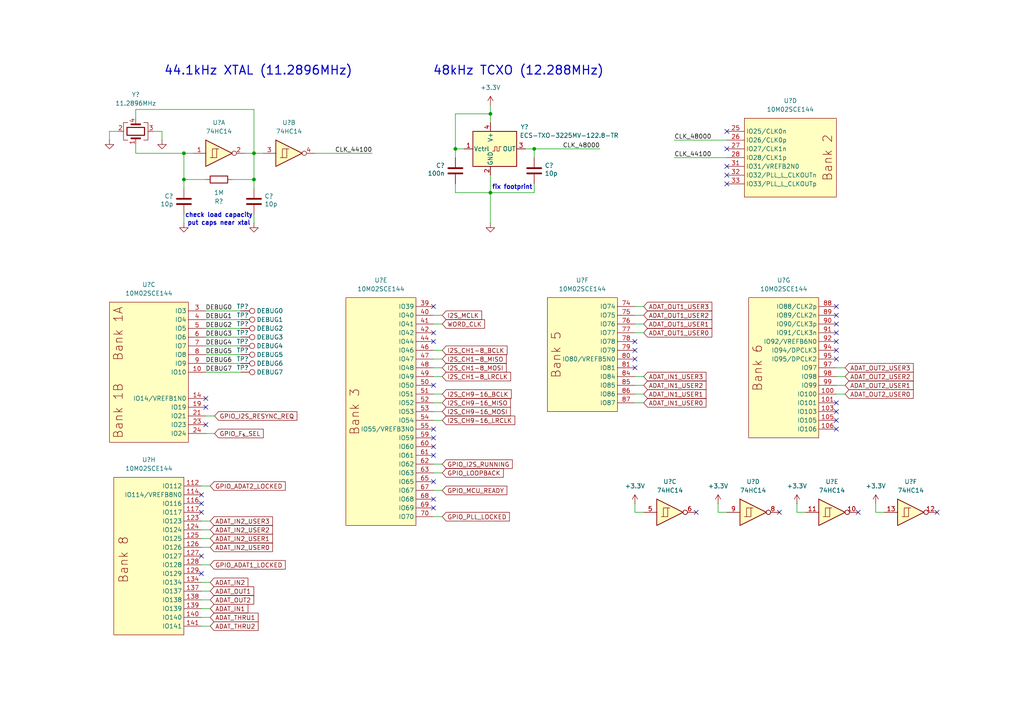
<source format=kicad_sch>
(kicad_sch (version 20250114) (generator "eeschema") (generator_version "9.0")
  (paper "A4")
  (title_block (title "16-in, 16-out USB <-> ADAT interface") (rev "1.0a") (company "Rethera") (comment 1 "Drawn by Łukasz Świszcz"))
  (lib_symbols
    (symbol "74xx:74HC14" (pin_names (offset 1.016))
      (property "Reference" "U" (at 0 1.27 0))
      (property "Value" "74HC14" (at 0 -1.27 0))
      (symbol "74HC14_1_0"
        (polyline (pts (xy -3.81 3.81) (xy -3.81 -3.81) (xy 3.81 0) (xy -3.81 3.81)) (stroke (width 0.254)) (fill (type background)))
        (pin input line (at -7.62 0 0) (length 3.81) (name "~") (number "1"))
        (pin output inverted (at 7.62 0 180) (length 3.81) (name "~") (number "2"))
      )
      (symbol "74HC14_1_1"
        (polyline (pts (xy -2.54 -1.27) (xy -0.635 -1.27) (xy -0.635 1.27) (xy 0 1.27)))
        (polyline (pts (xy -1.905 -1.27) (xy -1.905 1.27) (xy -0.635 1.27)))
      )
      (symbol "74HC14_2_0"
        (polyline (pts (xy -3.81 3.81) (xy -3.81 -3.81) (xy 3.81 0) (xy -3.81 3.81)) (stroke (width 0.254)) (fill (type background)))
        (pin input line (at -7.62 0 0) (length 3.81) (name "~") (number "3"))
        (pin output inverted (at 7.62 0 180) (length 3.81) (name "~") (number "4"))
      )
      (symbol "74HC14_2_1"
        (polyline (pts (xy -2.54 -1.27) (xy -0.635 -1.27) (xy -0.635 1.27) (xy 0 1.27)))
        (polyline (pts (xy -1.905 -1.27) (xy -1.905 1.27) (xy -0.635 1.27)))
      )
      (symbol "74HC14_3_0"
        (polyline (pts (xy -3.81 3.81) (xy -3.81 -3.81) (xy 3.81 0) (xy -3.81 3.81)) (stroke (width 0.254)) (fill (type background)))
        (pin input line (at -7.62 0 0) (length 3.81) (name "~") (number "5"))
        (pin output inverted (at 7.62 0 180) (length 3.81) (name "~") (number "6"))
      )
      (symbol "74HC14_3_1"
        (polyline (pts (xy -2.54 -1.27) (xy -0.635 -1.27) (xy -0.635 1.27) (xy 0 1.27)))
        (polyline (pts (xy -1.905 -1.27) (xy -1.905 1.27) (xy -0.635 1.27)))
      )
      (symbol "74HC14_4_0"
        (polyline (pts (xy -3.81 3.81) (xy -3.81 -3.81) (xy 3.81 0) (xy -3.81 3.81)) (stroke (width 0.254)) (fill (type background)))
        (pin input line (at -7.62 0 0) (length 3.81) (name "~") (number "9"))
        (pin output inverted (at 7.62 0 180) (length 3.81) (name "~") (number "8"))
      )
      (symbol "74HC14_4_1"
        (polyline (pts (xy -2.54 -1.27) (xy -0.635 -1.27) (xy -0.635 1.27) (xy 0 1.27)))
        (polyline (pts (xy -1.905 -1.27) (xy -1.905 1.27) (xy -0.635 1.27)))
      )
      (symbol "74HC14_5_0"
        (polyline (pts (xy -3.81 3.81) (xy -3.81 -3.81) (xy 3.81 0) (xy -3.81 3.81)) (stroke (width 0.254)) (fill (type background)))
        (pin input line (at -7.62 0 0) (length 3.81) (name "~") (number "11"))
        (pin output inverted (at 7.62 0 180) (length 3.81) (name "~") (number "10"))
      )
      (symbol "74HC14_5_1"
        (polyline (pts (xy -2.54 -1.27) (xy -0.635 -1.27) (xy -0.635 1.27) (xy 0 1.27)))
        (polyline (pts (xy -1.905 -1.27) (xy -1.905 1.27) (xy -0.635 1.27)))
      )
      (symbol "74HC14_6_0"
        (polyline (pts (xy -3.81 3.81) (xy -3.81 -3.81) (xy 3.81 0) (xy -3.81 3.81)) (stroke (width 0.254)) (fill (type background)))
        (pin input line (at -7.62 0 0) (length 3.81) (name "~") (number "13"))
        (pin output inverted (at 7.62 0 180) (length 3.81) (name "~") (number "12"))
      )
      (symbol "74HC14_6_1"
        (polyline (pts (xy -2.54 -1.27) (xy -0.635 -1.27) (xy -0.635 1.27) (xy 0 1.27)))
        (polyline (pts (xy -1.905 -1.27) (xy -1.905 1.27) (xy -0.635 1.27)))
      )
      (symbol "74HC14_7_0"
        (pin power_in line (at 0 12.7 270) (length 5.08) (name "VCC") (number "14"))
        (pin power_in line (at 0 -12.7 90) (length 5.08) (name "GND") (number "7"))
      )
      (symbol "74HC14_7_1"
        (rectangle (start -5.08 7.62) (end 5.08 -7.62) (stroke (width 0.254)) (fill (type background)))
      )
    )
    (symbol "Connector:TestPoint" (pin_numbers (hide yes)) (pin_names (offset 0.762) (hide yes))
      (property "Reference" "TP" (at 0 6.858 0))
      (property "Value" "TestPoint" (at 0 5.08 0))
      (symbol "TestPoint_0_1"
        (circle (center 0 3.302) (radius 0.762))
      )
      (symbol "TestPoint_1_1"
        (pin passive line (at 0 0 90) (length 2.54) (name "1") (number "1"))
      )
    )
    (symbol "Device:C" (pin_numbers (hide yes)) (pin_names (offset 0.254))
      (property "Reference" "C" (at 0.635 2.54 0))
      (property "Value" "C" (at 0.635 -2.54 0))
      (symbol "C_0_1"
        (polyline (pts (xy -2.032 0.762) (xy 2.032 0.762)) (stroke (width 0.508)))
        (polyline (pts (xy -2.032 -0.762) (xy 2.032 -0.762)) (stroke (width 0.508)))
      )
      (symbol "C_1_1"
        (pin passive line (at 0 3.81 270) (length 2.794) (name "~") (number "1"))
        (pin passive line (at 0 -3.81 90) (length 2.794) (name "~") (number "2"))
      )
    )
    (symbol "Device:Crystal_GND23" (pin_names (offset 1.016) (hide yes))
      (property "Reference" "Y" (at 3.175 5.08 0))
      (property "Value" "Crystal_GND23" (at 3.175 3.175 0))
      (symbol "Crystal_GND23_0_1"
        (polyline (pts (xy -2.54 2.286) (xy -2.54 3.556) (xy 2.54 3.556) (xy 2.54 2.286)))
        (polyline (pts (xy -2.54 0) (xy -2.032 0)))
        (polyline (pts (xy -2.54 -2.286) (xy -2.54 -3.556) (xy 2.54 -3.556) (xy 2.54 -2.286)))
        (polyline (pts (xy -2.032 -1.27) (xy -2.032 1.27)) (stroke (width 0.508)))
        (rectangle (start -1.143 2.54) (end 1.143 -2.54) (stroke (width 0.3048)))
        (polyline (pts (xy 0 3.556) (xy 0 3.81)))
        (polyline (pts (xy 0 -3.81) (xy 0 -3.556)))
        (polyline (pts (xy 2.032 0) (xy 2.54 0)))
        (polyline (pts (xy 2.032 -1.27) (xy 2.032 1.27)) (stroke (width 0.508)))
      )
      (symbol "Crystal_GND23_1_1"
        (pin passive line (at -3.81 0 0) (length 1.27) (name "1") (number "1"))
        (pin passive line (at 0 5.08 270) (length 1.27) (name "2") (number "2"))
        (pin passive line (at 0 -5.08 90) (length 1.27) (name "3") (number "3"))
        (pin passive line (at 3.81 0 180) (length 1.27) (name "4") (number "4"))
      )
    )
    (symbol "Device:R" (pin_numbers (hide yes)) (pin_names (offset 0))
      (property "Reference" "R" (at 2.032 0 90))
      (property "Value" "R" (at 0 0 90))
      (symbol "R_0_1"
        (rectangle (start -1.016 -2.54) (end 1.016 2.54) (stroke (width 0.254)))
      )
      (symbol "R_1_1"
        (pin passive line (at 0 3.81 270) (length 1.27) (name "~") (number "1"))
        (pin passive line (at 0 -3.81 90) (length 1.27) (name "~") (number "2"))
      )
    )
    (symbol "Oscillator:DFA-S15" (pin_names (offset 0.254))
      (property "Reference" "Y" (at -5.08 6.35 0))
      (property "Value" "DFA-S15" (at 1.27 -6.35 0))
      (symbol "DFA-S15_0_1"
        (rectangle (start -5.08 5.08) (end 7.62 -5.08) (stroke (width 0.254)) (fill (type background)))
        (polyline (pts (xy 0.635 -0.635) (xy 1.27 -0.635) (xy 1.27 0.635) (xy 1.905 0.635) (xy 1.905 -0.635) (xy 2.54 -0.635) (xy 2.54 0.635) (xy 3.175 0.635)))
      )
      (symbol "DFA-S15_1_1"
        (pin input line (at -7.62 0 0) (length 2.54) (name "Vctrl") (number "1"))
        (pin power_in line (at 0 7.62 270) (length 2.54) (name "V+") (number "4"))
        (pin power_in line (at 0 -7.62 90) (length 2.54) (name "GND") (number "2"))
        (pin output line (at 10.16 0 180) (length 2.54) (name "OUT") (number "3"))
      )
    )
    (symbol "adatv2:10M02SCE144"
      (property "Reference" "U" (at 0 57.15 0))
      (property "Value" "10M02SCE144" (at 0 54.864 0))
      (symbol "10M02SCE144_1_0"
        (pin power_in line (at -33.02 15.24 0) (length 5.08) (name "VCCIO1") (number "22"))
        (pin power_in line (at -33.02 12.7 0) (length 5.08) (name "VCCIO1") (number "12"))
        (pin power_in line (at -33.02 10.16 0) (length 5.08) (name "VCCIO2") (number "29"))
        (pin power_in line (at -33.02 7.62 0) (length 5.08) (name "VCCIO3") (number "64"))
        (pin power_in line (at -33.02 5.08 0) (length 5.08) (name "VCCIO3") (number "56"))
        (pin power_in line (at -33.02 2.54 0) (length 5.08) (name "VCCIO3") (number "43"))
        (pin power_in line (at -33.02 0 0) (length 5.08) (name "VCCIO5") (number "82"))
        (pin power_in line (at -33.02 -2.54 0) (length 5.08) (name "VCCIO6") (number "93"))
        (pin power_in line (at -33.02 -5.08 0) (length 5.08) (name "VCCIO6") (number "102"))
        (pin power_in line (at -33.02 -7.62 0) (length 5.08) (name "VCCIO8") (number "136"))
        (pin power_in line (at -33.02 -10.16 0) (length 5.08) (name "VCCIO8") (number "121"))
        (pin power_in line (at -33.02 -12.7 0) (length 5.08) (name "VCCIO8") (number "111"))
        (pin power_in line (at -17.78 -22.86 90) (length 5.08) (name "GND") (number "104"))
        (pin power_in line (at -15.24 -22.86 90) (length 5.08) (name "GND") (number "11"))
        (pin power_in line (at -13.97 25.4 270) (length 5.08) (name "VCC_ONE") (number "73"))
        (pin power_in line (at -12.7 -22.86 90) (length 5.08) (name "GND") (number "110"))
        (pin power_in line (at -11.43 25.4 270) (length 5.08) (name "VCC_ONE") (number "72"))
        (pin power_in line (at -10.16 -22.86 90) (length 5.08) (name "GND") (number "119"))
        (pin power_in line (at -8.89 25.4 270) (length 5.08) (name "VCC_ONE") (number "58"))
        (pin power_in line (at -7.62 -22.86 90) (length 5.08) (name "GND") (number "133"))
        (pin power_in line (at -6.35 25.4 270) (length 5.08) (name "VCC_ONE") (number "37"))
        (pin power_in line (at -5.08 -22.86 90) (length 5.08) (name "GND") (number "143"))
        (pin power_in line (at -3.81 25.4 270) (length 5.08) (name "VCC_ONE") (number "36"))
        (pin power_in line (at -2.54 -22.86 90) (length 5.08) (name "GND") (number "20"))
        (pin power_in line (at -1.27 25.4 270) (length 5.08) (name "VCC_ONE") (number "144"))
        (pin power_in line (at 0 -22.86 90) (length 5.08) (name "GND") (number "30"))
        (pin power_in line (at 1.27 25.4 270) (length 5.08) (name "VCC_ONE") (number "142"))
        (pin power_in line (at 2.54 -22.86 90) (length 5.08) (name "GND") (number "38"))
        (pin power_in line (at 3.81 25.4 270) (length 5.08) (name "VCC_ONE") (number "132"))
        (pin power_in line (at 5.08 -22.86 90) (length 5.08) (name "GND") (number "45"))
        (pin power_in line (at 6.35 25.4 270) (length 5.08) (name "VCC_ONE") (number "118"))
        (pin power_in line (at 7.62 -22.86 90) (length 5.08) (name "GND") (number "57"))
        (pin power_in line (at 8.89 25.4 270) (length 5.08) (name "VCC_ONE") (number "109"))
        (pin power_in line (at 10.16 -22.86 90) (length 5.08) (name "GND") (number "66"))
        (pin power_in line (at 11.43 25.4 270) (length 5.08) (name "VCC_ONE") (number "108"))
        (pin power_in line (at 12.7 -22.86 90) (length 5.08) (name "GND") (number "83"))
        (pin power_in line (at 13.97 25.4 270) (length 5.08) (name "VCC_ONE") (number "1"))
        (pin power_in line (at 15.24 -22.86 90) (length 5.08) (name "GND") (number "96"))
        (pin power_in line (at 33.02 5.08 180) (length 5.08) (name "VCCA1") (number "35"))
        (pin power_in line (at 33.02 2.54 180) (length 5.08) (name "VCCA2") (number "34"))
        (pin power_in line (at 33.02 0 180) (length 5.08) (name "VCCA3") (number "107"))
        (pin power_in line (at 33.02 -2.54 180) (length 5.08) (name "VCCA4") (number "2"))
        (pin power_in line (at 33.02 -5.08 180) (length 5.08) (name "VCCA5") (number "71"))
      )
      (symbol "10M02SCE144_1_1"
        (rectangle (start -27.94 20.32) (end 27.94 -17.78) (fill (type background)))
        (text "Power Supply" (at 0 0 0) (effects (font (size 2.54 2.54))))
        (pin power_in line (at 17.78 -22.86 90) (length 5.08) (name "PAD") (number "145"))
      )
      (symbol "10M02SCE144_2_0"
        (pin input line (at 15.24 15.24 180) (length 5.08) (name "nCONFIG") (number "122"))
        (pin bidirectional line (at 15.24 12.7 180) (length 5.08) (name "CONF_DONE") (number "135"))
        (pin bidirectional line (at 15.24 10.16 180) (length 5.08) (name "nSTATUS") (number "131"))
        (pin bidirectional line (at 15.24 7.62 180) (length 5.08) (name "CONFIG_SEL") (number "120"))
        (pin bidirectional line (at 15.24 2.54 180) (length 5.08) (name "DEV_CLRn") (number "113"))
        (pin bidirectional line (at 15.24 0 180) (length 5.08) (name "DEV_OE") (number "115"))
        (pin bidirectional line (at 15.24 -2.54 180) (length 5.08) (name "CRC_ERROR") (number "130"))
        (pin bidirectional line (at 15.24 -7.62 180) (length 5.08) (name "JTAGEN") (number "13"))
        (pin bidirectional line (at 15.24 -10.16 180) (length 5.08) (name "TDI") (number "17"))
        (pin bidirectional line (at 15.24 -12.7 180) (length 5.08) (name "TDO") (number "18"))
        (pin bidirectional line (at 15.24 -15.24 180) (length 5.08) (name "TMS") (number "15"))
        (pin bidirectional line (at 15.24 -17.78 180) (length 5.08) (name "TCK") (number "16"))
      )
      (symbol "10M02SCE144_2_1"
        (rectangle (start -10.16 17.78) (end 10.16 -20.32) (fill (type background)))
        (text "Config" (at -7.112 -0.254 900) (effects (font (size 2.54 2.54))))
      )
      (symbol "10M02SCE144_3_0"
        (pin bidirectional line (at 16.51 17.78 180) (length 5.08) (name "IO3") (number "3"))
        (pin bidirectional line (at 16.51 15.24 180) (length 5.08) (name "IO4") (number "4"))
        (pin bidirectional line (at 16.51 12.7 180) (length 5.08) (name "IO5") (number "5"))
        (pin bidirectional line (at 16.51 10.16 180) (length 5.08) (name "IO6") (number "6"))
        (pin bidirectional line (at 16.51 7.62 180) (length 5.08) (name "IO7") (number "7"))
        (pin bidirectional line (at 16.51 5.08 180) (length 5.08) (name "IO8") (number "8"))
        (pin bidirectional line (at 16.51 2.54 180) (length 5.08) (name "IO9") (number "9"))
        (pin bidirectional line (at 16.51 0 180) (length 5.08) (name "IO10") (number "10"))
        (pin bidirectional line (at 16.51 -7.62 180) (length 5.08) (name "IO14/VREFB1N0") (number "14"))
        (pin bidirectional line (at 16.51 -10.16 180) (length 5.08) (name "IO19") (number "19"))
        (pin bidirectional line (at 16.51 -12.7 180) (length 5.08) (name "IO21") (number "21"))
        (pin bidirectional line (at 16.51 -15.24 180) (length 5.08) (name "IO23") (number "23"))
        (pin bidirectional line (at 16.51 -17.78 180) (length 5.08) (name "IO24") (number "24"))
      )
      (symbol "10M02SCE144_3_1"
        (rectangle (start -11.43 20.32) (end 11.43 -20.32) (fill (type background)))
        (text "Bank 1A" (at -8.89 11.176 900) (effects (font (size 2.54 2.54))))
        (text "Bank 1B" (at -8.89 -11.176 900) (effects (font (size 2.54 2.54))))
      )
      (symbol "10M02SCE144_4_0"
        (pin bidirectional line (at 17.78 7.62 180) (length 5.08) (name "IO25/CLK0n") (number "25"))
        (pin bidirectional line (at 17.78 5.08 180) (length 5.08) (name "IO26/CLK0p") (number "26"))
        (pin bidirectional line (at 17.78 2.54 180) (length 5.08) (name "IO27/CLK1n") (number "27"))
        (pin bidirectional line (at 17.78 0 180) (length 5.08) (name "IO28/CLK1p") (number "28"))
        (pin bidirectional line (at 17.78 -2.54 180) (length 5.08) (name "IO31/VREFB2N0") (number "31"))
        (pin bidirectional line (at 17.78 -5.08 180) (length 5.08) (name "IO32/PLL_L_CLKOUTn") (number "32"))
        (pin bidirectional line (at 17.78 -7.62 180) (length 5.08) (name "IO33/PLL_L_CLKOUTp") (number "33"))
      )
      (symbol "10M02SCE144_4_1"
        (rectangle (start -13.97 11.43) (end 12.7 -11.43) (fill (type background)))
        (text "Bank 2" (at -11.43 0 900) (effects (font (size 2.54 2.54))))
      )
      (symbol "10M02SCE144_5_0"
        (pin bidirectional line (at 11.43 30.48 180) (length 5.08) (name "IO39") (number "39"))
        (pin bidirectional line (at 11.43 27.94 180) (length 5.08) (name "IO40") (number "40"))
        (pin bidirectional line (at 11.43 25.4 180) (length 5.08) (name "IO41") (number "41"))
        (pin bidirectional line (at 11.43 22.86 180) (length 5.08) (name "IO42") (number "42"))
        (pin bidirectional line (at 11.43 20.32 180) (length 5.08) (name "IO44") (number "44"))
        (pin bidirectional line (at 11.43 17.78 180) (length 5.08) (name "IO46") (number "46"))
        (pin bidirectional line (at 11.43 15.24 180) (length 5.08) (name "IO47") (number "47"))
        (pin bidirectional line (at 11.43 12.7 180) (length 5.08) (name "IO48") (number "48"))
        (pin bidirectional line (at 11.43 10.16 180) (length 5.08) (name "IO49") (number "49"))
        (pin bidirectional line (at 11.43 7.62 180) (length 5.08) (name "IO50") (number "50"))
        (pin bidirectional line (at 11.43 5.08 180) (length 5.08) (name "IO51") (number "51"))
        (pin bidirectional line (at 11.43 2.54 180) (length 5.08) (name "IO52") (number "52"))
        (pin bidirectional line (at 11.43 0 180) (length 5.08) (name "IO53") (number "53"))
        (pin bidirectional line (at 11.43 -2.54 180) (length 5.08) (name "IO54") (number "54"))
        (pin bidirectional line (at 11.43 -5.08 180) (length 5.08) (name "IO55/VREFB3N0") (number "55"))
        (pin bidirectional line (at 11.43 -7.62 180) (length 5.08) (name "IO59") (number "59"))
        (pin bidirectional line (at 11.43 -10.16 180) (length 5.08) (name "IO60") (number "60"))
        (pin bidirectional line (at 11.43 -12.7 180) (length 5.08) (name "IO61") (number "61"))
        (pin bidirectional line (at 11.43 -15.24 180) (length 5.08) (name "IO62") (number "62"))
        (pin bidirectional line (at 11.43 -17.78 180) (length 5.08) (name "IO63") (number "63"))
        (pin bidirectional line (at 11.43 -20.32 180) (length 5.08) (name "IO65") (number "65"))
        (pin bidirectional line (at 11.43 -22.86 180) (length 5.08) (name "IO67") (number "67"))
        (pin bidirectional line (at 11.43 -25.4 180) (length 5.08) (name "IO68") (number "68"))
        (pin bidirectional line (at 11.43 -27.94 180) (length 5.08) (name "IO69") (number "69"))
        (pin bidirectional line (at 11.43 -30.48 180) (length 5.08) (name "IO70") (number "70"))
      )
      (symbol "10M02SCE144_5_1"
        (rectangle (start -13.97 33.02) (end 6.35 -33.02) (fill (type background)))
        (text "Bank 3" (at -11.43 0 900) (effects (font (size 2.54 2.54))))
      )
      (symbol "10M02SCE144_6_0"
        (pin bidirectional line (at 15.24 13.97 180) (length 5.08) (name "IO74") (number "74"))
        (pin bidirectional line (at 15.24 11.43 180) (length 5.08) (name "IO75") (number "75"))
        (pin bidirectional line (at 15.24 8.89 180) (length 5.08) (name "IO76") (number "76"))
        (pin bidirectional line (at 15.24 6.35 180) (length 5.08) (name "IO77") (number "77"))
        (pin bidirectional line (at 15.24 3.81 180) (length 5.08) (name "IO78") (number "78"))
        (pin bidirectional line (at 15.24 1.27 180) (length 5.08) (name "IO79") (number "79"))
        (pin bidirectional line (at 15.24 -1.27 180) (length 5.08) (name "IO80/VREFB5N0") (number "80"))
        (pin bidirectional line (at 15.24 -3.81 180) (length 5.08) (name "IO81") (number "81"))
        (pin bidirectional line (at 15.24 -6.35 180) (length 5.08) (name "IO84") (number "84"))
        (pin bidirectional line (at 15.24 -8.89 180) (length 5.08) (name "IO85") (number "85"))
        (pin bidirectional line (at 15.24 -11.43 180) (length 5.08) (name "IO86") (number "86"))
        (pin bidirectional line (at 15.24 -13.97 180) (length 5.08) (name "IO87") (number "87"))
      )
      (symbol "10M02SCE144_6_1"
        (rectangle (start -10.16 16.51) (end 10.16 -16.51) (fill (type background)))
        (text "Bank 5" (at -7.62 0 900) (effects (font (size 2.54 2.54))))
      )
      (symbol "10M02SCE144_7_0"
        (pin bidirectional line (at 15.24 17.78 180) (length 5.08) (name "IO88/CLK2p") (number "88"))
        (pin bidirectional line (at 15.24 15.24 180) (length 5.08) (name "IO89/CLK2n") (number "89"))
        (pin bidirectional line (at 15.24 12.7 180) (length 5.08) (name "IO90/CLK3p") (number "90"))
        (pin bidirectional line (at 15.24 10.16 180) (length 5.08) (name "IO91/CLK3n") (number "91"))
        (pin bidirectional line (at 15.24 7.62 180) (length 5.08) (name "IO92/VREFB6N0") (number "92"))
        (pin bidirectional line (at 15.24 5.08 180) (length 5.08) (name "IO94/DPCLK3") (number "94"))
        (pin bidirectional line (at 15.24 2.54 180) (length 5.08) (name "IO95/DPCLK2") (number "95"))
        (pin bidirectional line (at 15.24 0 180) (length 5.08) (name "IO97") (number "97"))
        (pin bidirectional line (at 15.24 -2.54 180) (length 5.08) (name "IO98") (number "98"))
        (pin bidirectional line (at 15.24 -5.08 180) (length 5.08) (name "IO99") (number "99"))
        (pin bidirectional line (at 15.24 -7.62 180) (length 5.08) (name "IO100") (number "100"))
        (pin bidirectional line (at 15.24 -10.16 180) (length 5.08) (name "IO101") (number "101"))
        (pin bidirectional line (at 15.24 -12.7 180) (length 5.08) (name "IO103") (number "103"))
        (pin bidirectional line (at 15.24 -15.24 180) (length 5.08) (name "IO105") (number "105"))
        (pin bidirectional line (at 15.24 -17.78 180) (length 5.08) (name "IO106") (number "106"))
      )
      (symbol "10M02SCE144_7_1"
        (rectangle (start -10.16 20.32) (end 10.16 -20.32) (fill (type background)))
        (text "Bank 6" (at -7.62 0 900) (effects (font (size 2.54 2.54))))
      )
      (symbol "10M02SCE144_8_0"
        (pin bidirectional line (at 15.24 20.32 180) (length 5.08) (name "IO112") (number "112"))
        (pin bidirectional line (at 15.24 17.78 180) (length 5.08) (name "IO114/VREFB8N0") (number "114"))
        (pin bidirectional line (at 15.24 15.24 180) (length 5.08) (name "IO116") (number "116"))
        (pin bidirectional line (at 15.24 12.7 180) (length 5.08) (name "IO117") (number "117"))
        (pin bidirectional line (at 15.24 10.16 180) (length 5.08) (name "IO123") (number "123"))
        (pin bidirectional line (at 15.24 7.62 180) (length 5.08) (name "IO124") (number "124"))
        (pin bidirectional line (at 15.24 5.08 180) (length 5.08) (name "IO125") (number "125"))
        (pin bidirectional line (at 15.24 2.54 180) (length 5.08) (name "IO126") (number "126"))
        (pin bidirectional line (at 15.24 0 180) (length 5.08) (name "IO127") (number "127"))
        (pin bidirectional line (at 15.24 -2.54 180) (length 5.08) (name "IO128") (number "128"))
        (pin bidirectional line (at 15.24 -5.08 180) (length 5.08) (name "IO129") (number "129"))
        (pin bidirectional line (at 15.24 -7.62 180) (length 5.08) (name "IO134") (number "134"))
        (pin bidirectional line (at 15.24 -10.16 180) (length 5.08) (name "IO137") (number "137"))
        (pin bidirectional line (at 15.24 -12.7 180) (length 5.08) (name "IO138") (number "138"))
        (pin bidirectional line (at 15.24 -15.24 180) (length 5.08) (name "IO139") (number "139"))
        (pin bidirectional line (at 15.24 -17.78 180) (length 5.08) (name "IO140") (number "140"))
        (pin bidirectional line (at 15.24 -20.32 180) (length 5.08) (name "IO141") (number "141"))
      )
      (symbol "10M02SCE144_8_1"
        (rectangle (start -10.16 22.86) (end 10.16 -22.86) (fill (type background)))
        (text "Bank 8" (at -7.366 -1.016 900) (effects (font (size 2.54 2.54))))
      )
    )
    (symbol "power:+3.3V" (power) (pin_numbers (hide yes)) (pin_names (offset 0) (hide yes))
      (property "Value" "+3.3V" (at 0 3.556 0))
      (symbol "+3.3V_0_1"
        (polyline (pts (xy -0.762 1.27) (xy 0 2.54)))
        (polyline (pts (xy 0 2.54) (xy 0.762 1.27)))
        (polyline (pts (xy 0 0) (xy 0 2.54)))
      )
      (symbol "+3.3V_1_1"
        (pin power_in line (at 0 0 90) (length 0) (name "~") (number "1"))
      )
    )
    (symbol "power:GND" (power) (pin_numbers (hide yes)) (pin_names (offset 0) (hide yes))
      (property "Value" "GND" (at 0 -3.81 0))
      (symbol "GND_0_1"
        (polyline (pts (xy 0 0) (xy 0 -1.27) (xy 1.27 -1.27) (xy 0 -2.54) (xy -1.27 -1.27) (xy 0 -1.27)))
      )
      (symbol "GND_1_1"
        (pin power_in line (at 0 0 270) (length 0) (name "~") (number "1"))
      )
    )
  )
  (text "put caps near xtal" (at 63.5 64.77 0) (effects (font (size 1.27 1.27) (thickness 0.254) (bold yes))))
  (text "fix footprint" (at 148.59 54.356 0) (effects (font (size 1.27 1.27) (thickness 0.254) (bold yes))))
  (text "48kHz TCXO (12.288MHz)" (at 150.368 20.574 0) (effects (font (size 2.54 2.54) (thickness 0.3175))))
  (text "check load capacity\n" (at 63.5 62.484 0) (effects (font (size 1.27 1.27) (thickness 0.254) (bold yes))))
  (text "44.1kHz XTAL (11.2896MHz)" (at 47.498 20.574 0) (effects (font (size 2.54 2.54) (thickness 0.3175)) (justify left)))
  (junction (at 142.24 33.02))
  (junction (at 53.34 52.07))
  (junction (at 73.66 52.07))
  (junction (at 154.94 43.18))
  (junction (at 132.08 43.18))
  (junction (at 73.66 44.45))
  (junction (at 142.24 55.88))
  (junction (at 53.34 44.45))
  (no_connect (at 210.82 53.34))
  (no_connect (at 59.69 115.57))
  (no_connect (at 58.42 161.29))
  (no_connect (at 242.57 88.9))
  (no_connect (at 125.73 99.06))
  (no_connect (at 210.82 43.18))
  (no_connect (at 242.57 93.98))
  (no_connect (at 242.57 119.38))
  (no_connect (at 242.57 91.44))
  (no_connect (at 58.42 148.59))
  (no_connect (at 125.73 139.7))
  (no_connect (at 125.73 96.52))
  (no_connect (at 184.15 106.68))
  (no_connect (at 59.69 118.11))
  (no_connect (at 125.73 111.76))
  (no_connect (at 271.78 148.59))
  (no_connect (at 226.06 148.59))
  (no_connect (at 125.73 144.78))
  (no_connect (at 58.42 143.51))
  (no_connect (at 242.57 124.46))
  (no_connect (at 242.57 96.52))
  (no_connect (at 242.57 121.92))
  (no_connect (at 248.92 148.59))
  (no_connect (at 201.93 148.59))
  (no_connect (at 242.57 101.6))
  (no_connect (at 184.15 99.06))
  (no_connect (at 58.42 166.37))
  (no_connect (at 125.73 88.9))
  (no_connect (at 125.73 132.08))
  (no_connect (at 125.73 147.32))
  (no_connect (at 184.15 104.14))
  (no_connect (at 125.73 124.46))
  (no_connect (at 59.69 123.19))
  (no_connect (at 125.73 127))
  (no_connect (at 125.73 129.54))
  (no_connect (at 242.57 116.84))
  (no_connect (at 242.57 99.06))
  (no_connect (at 58.42 146.05))
  (no_connect (at 184.15 101.6))
  (no_connect (at 210.82 50.8))
  (no_connect (at 242.57 104.14))
  (no_connect (at 210.82 38.1))
  (no_connect (at 210.82 48.26))
  (wire (pts (xy 184.15 93.98) (xy 186.69 93.98)))
  (wire (pts (xy 39.37 41.91) (xy 39.37 44.45)))
  (wire (pts (xy 73.66 44.45) (xy 73.66 52.07)))
  (wire (pts (xy 91.44 44.45) (xy 107.95 44.45)))
  (wire (pts (xy 58.42 168.91) (xy 60.96 168.91)))
  (wire (pts (xy 184.15 109.22) (xy 186.69 109.22)))
  (wire (pts (xy 125.73 149.86) (xy 128.27 149.86)))
  (wire (pts (xy 53.34 52.07) (xy 53.34 44.45)))
  (wire (pts (xy 154.94 53.34) (xy 154.94 55.88)))
  (wire (pts (xy 59.69 92.71) (xy 69.85 92.71)))
  (wire (pts (xy 142.24 35.56) (xy 142.24 33.02)))
  (wire (pts (xy 125.73 91.44) (xy 128.27 91.44)))
  (wire (pts (xy 58.42 140.97) (xy 60.96 140.97)))
  (wire (pts (xy 242.57 114.3) (xy 245.11 114.3)))
  (wire (pts (xy 53.34 44.45) (xy 55.88 44.45)))
  (wire (pts (xy 71.12 44.45) (xy 73.66 44.45)))
  (wire (pts (xy 39.37 34.29) (xy 39.37 31.75)))
  (wire (pts (xy 58.42 181.61) (xy 60.96 181.61)))
  (wire (pts (xy 125.73 137.16) (xy 128.27 137.16)))
  (wire (pts (xy 254 148.59) (xy 254 146.05)))
  (wire (pts (xy 39.37 31.75) (xy 73.66 31.75)))
  (wire (pts (xy 242.57 106.68) (xy 245.11 106.68)))
  (wire (pts (xy 184.15 88.9) (xy 186.69 88.9)))
  (wire (pts (xy 184.15 111.76) (xy 186.69 111.76)))
  (wire (pts (xy 184.15 148.59) (xy 184.15 146.05)))
  (wire (pts (xy 73.66 52.07) (xy 67.31 52.07)))
  (wire (pts (xy 73.66 52.07) (xy 73.66 54.61)))
  (wire (pts (xy 125.73 106.68) (xy 128.27 106.68)))
  (wire (pts (xy 58.42 173.99) (xy 60.96 173.99)))
  (wire (pts (xy 59.69 97.79) (xy 69.85 97.79)))
  (wire (pts (xy 208.28 148.59) (xy 208.28 146.05)))
  (wire (pts (xy 125.73 119.38) (xy 128.27 119.38)))
  (wire (pts (xy 195.58 40.64) (xy 210.82 40.64)))
  (wire (pts (xy 195.58 45.72) (xy 210.82 45.72)))
  (wire (pts (xy 58.42 156.21) (xy 60.96 156.21)))
  (wire (pts (xy 184.15 114.3) (xy 186.69 114.3)))
  (wire (pts (xy 154.94 55.88) (xy 142.24 55.88)))
  (wire (pts (xy 59.69 125.73) (xy 62.23 125.73)))
  (wire (pts (xy 154.94 43.18) (xy 173.99 43.18)))
  (wire (pts (xy 256.54 148.59) (xy 254 148.59)))
  (wire (pts (xy 58.42 163.83) (xy 60.96 163.83)))
  (wire (pts (xy 184.15 96.52) (xy 186.69 96.52)))
  (wire (pts (xy 59.69 100.33) (xy 69.8235 100.33)))
  (wire (pts (xy 46.99 38.1) (xy 46.99 40.64)))
  (wire (pts (xy 58.42 176.53) (xy 60.96 176.53)))
  (wire (pts (xy 59.69 105.41) (xy 69.85 105.41)))
  (wire (pts (xy 59.69 102.87) (xy 69.85 102.87)))
  (wire (pts (xy 31.75 38.1) (xy 34.29 38.1)))
  (wire (pts (xy 73.66 62.23) (xy 73.66 64.77)))
  (wire (pts (xy 53.34 52.07) (xy 53.34 54.61)))
  (wire (pts (xy 186.69 148.59) (xy 184.15 148.59)))
  (wire (pts (xy 142.24 55.88) (xy 142.24 64.77)))
  (wire (pts (xy 132.08 53.34) (xy 132.08 55.88)))
  (wire (pts (xy 142.24 50.8) (xy 142.24 55.88)))
  (wire (pts (xy 142.24 30.48) (xy 142.24 33.02)))
  (wire (pts (xy 125.73 116.84) (xy 128.27 116.84)))
  (wire (pts (xy 132.08 55.88) (xy 142.24 55.88)))
  (wire (pts (xy 184.15 116.84) (xy 186.69 116.84)))
  (wire (pts (xy 59.69 95.25) (xy 69.85 95.25)))
  (wire (pts (xy 210.82 148.59) (xy 208.28 148.59)))
  (wire (pts (xy 233.68 148.59) (xy 231.14 148.59)))
  (wire (pts (xy 58.42 179.07) (xy 60.96 179.07)))
  (wire (pts (xy 59.69 120.65) (xy 62.23 120.65)))
  (wire (pts (xy 58.42 171.45) (xy 60.96 171.45)))
  (wire (pts (xy 142.24 33.02) (xy 132.08 33.02)))
  (wire (pts (xy 132.08 43.18) (xy 132.08 45.72)))
  (wire (pts (xy 125.73 101.6) (xy 128.27 101.6)))
  (wire (pts (xy 59.69 52.07) (xy 53.34 52.07)))
  (wire (pts (xy 125.73 121.92) (xy 128.27 121.92)))
  (wire (pts (xy 53.34 62.23) (xy 53.34 64.77)))
  (wire (pts (xy 242.57 111.76) (xy 245.11 111.76)))
  (wire (pts (xy 31.75 38.1) (xy 31.75 40.64)))
  (wire (pts (xy 58.42 158.75) (xy 60.96 158.75)))
  (wire (pts (xy 125.73 134.62) (xy 128.27 134.62)))
  (wire (pts (xy 132.08 33.02) (xy 132.08 43.18)))
  (wire (pts (xy 132.08 43.18) (xy 134.62 43.18)))
  (wire (pts (xy 73.66 44.45) (xy 73.66 31.75)))
  (wire (pts (xy 184.15 91.44) (xy 186.69 91.44)))
  (wire (pts (xy 125.73 93.98) (xy 128.27 93.98)))
  (wire (pts (xy 154.94 45.72) (xy 154.94 43.18)))
  (wire (pts (xy 39.37 44.45) (xy 53.34 44.45)))
  (wire (pts (xy 125.73 104.14) (xy 128.27 104.14)))
  (wire (pts (xy 44.45 38.1) (xy 46.99 38.1)))
  (wire (pts (xy 73.66 44.45) (xy 76.2 44.45)))
  (wire (pts (xy 59.69 90.17) (xy 69.85 90.17)))
  (wire (pts (xy 242.57 109.22) (xy 245.11 109.22)))
  (wire (pts (xy 58.42 151.13) (xy 60.96 151.13)))
  (wire (pts (xy 58.42 153.67) (xy 60.96 153.67)))
  (wire (pts (xy 59.69 107.95) (xy 69.85 107.95)))
  (wire (pts (xy 125.73 109.22) (xy 128.27 109.22)))
  (wire (pts (xy 125.73 114.3) (xy 128.27 114.3)))
  (wire (pts (xy 231.14 148.59) (xy 231.14 146.05)))
  (wire (pts (xy 154.94 43.18) (xy 152.4 43.18)))
  (wire (pts (xy 125.73 142.24) (xy 128.27 142.24)))
  (label "DEBUG0" (at 67.31 90.17 180))
  (label "CLK_44100" (at 195.58 45.72 0))
  (label "DEBUG4" (at 67.31 100.33 180))
  (label "DEBUG1" (at 67.31 92.71 180))
  (label "CLK_48000" (at 173.99 43.18 180))
  (label "DEBUG2" (at 67.31 95.25 180))
  (label "CLK_48000" (at 195.58 40.64 0))
  (label "DEBUG7" (at 67.31 107.95 180))
  (label "CLK_44100" (at 107.95 44.45 180))
  (label "DEBUG5" (at 67.31 102.87 180))
  (label "DEBUG3" (at 67.31 97.79 180))
  (label "DEBUG6" (at 67.31 105.41 180))
  (global_label "ADAT_THRU2" (shape input) (at 60.96 181.61 0) (property "Intersheetrefs" "${INTERSHEET_REFS}" (effects (hide yes))))
  (global_label "ADAT_IN2_USER1" (shape input) (at 60.96 156.21 0) (property "Intersheetrefs" "${INTERSHEET_REFS}" (effects (hide yes))))
  (global_label "I2S_CH9-16_MOSI" (shape input) (at 128.27 119.38 0) (property "Intersheetrefs" "${INTERSHEET_REFS}" (effects (hide yes))))
  (global_label "ADAT_IN2_USER2" (shape input) (at 60.96 153.67 0) (property "Intersheetrefs" "${INTERSHEET_REFS}" (effects (hide yes))))
  (global_label "I2S_CH1-8_BCLK" (shape input) (at 128.27 101.6 0) (property "Intersheetrefs" "${INTERSHEET_REFS}" (effects (hide yes))))
  (global_label "GPIO_MCU_READY" (shape input) (at 128.27 142.24 0) (property "Intersheetrefs" "${INTERSHEET_REFS}" (effects (hide yes))))
  (global_label "GPIO_ADAT2_LOCKED" (shape input) (at 60.96 140.97 0) (property "Intersheetrefs" "${INTERSHEET_REFS}" (effects (hide yes))))
  (global_label "GPIO_ADAT1_LOCKED" (shape input) (at 60.96 163.83 0) (property "Intersheetrefs" "${INTERSHEET_REFS}" (effects (hide yes))))
  (global_label "GPIO_I2S_RESYNC_REQ" (shape input) (at 62.23 120.65 0) (property "Intersheetrefs" "${INTERSHEET_REFS}" (effects (hide yes))))
  (global_label "WORD_CLK" (shape input) (at 128.27 93.98 0) (property "Intersheetrefs" "${INTERSHEET_REFS}" (effects (hide yes))))
  (global_label "ADAT_OUT1_USER0" (shape input) (at 186.69 96.52 0) (property "Intersheetrefs" "${INTERSHEET_REFS}" (effects (hide yes))))
  (global_label "ADAT_IN2" (shape input) (at 60.96 168.91 0) (property "Intersheetrefs" "${INTERSHEET_REFS}" (effects (hide yes))))
  (global_label "ADAT_IN1" (shape input) (at 60.96 176.53 0) (property "Intersheetrefs" "${INTERSHEET_REFS}" (effects (hide yes))))
  (global_label "ADAT_OUT1" (shape input) (at 60.96 171.45 0) (property "Intersheetrefs" "${INTERSHEET_REFS}" (effects (hide yes))))
  (global_label "ADAT_IN2_USER3" (shape input) (at 60.96 151.13 0) (property "Intersheetrefs" "${INTERSHEET_REFS}" (effects (hide yes))))
  (global_label "I2S_CH9-16_MISO" (shape input) (at 128.27 116.84 0) (property "Intersheetrefs" "${INTERSHEET_REFS}" (effects (hide yes))))
  (global_label "GPIO_I2S_RUNNING" (shape input) (at 128.27 134.62 0) (property "Intersheetrefs" "${INTERSHEET_REFS}" (effects (hide yes))))
  (global_label "ADAT_IN1_USER1" (shape input) (at 186.69 114.3 0) (property "Intersheetrefs" "${INTERSHEET_REFS}" (effects (hide yes))))
  (global_label "I2S_CH1-8_LRCLK" (shape input) (at 128.27 109.22 0) (property "Intersheetrefs" "${INTERSHEET_REFS}" (effects (hide yes))))
  (global_label "ADAT_THRU1" (shape input) (at 60.96 179.07 0) (property "Intersheetrefs" "${INTERSHEET_REFS}" (effects (hide yes))))
  (global_label "ADAT_OUT1_USER2" (shape input) (at 186.69 91.44 0) (property "Intersheetrefs" "${INTERSHEET_REFS}" (effects (hide yes))))
  (global_label "ADAT_OUT2_USER1" (shape input) (at 245.11 111.76 0) (property "Intersheetrefs" "${INTERSHEET_REFS}" (effects (hide yes))))
  (global_label "ADAT_OUT2" (shape input) (at 60.96 173.99 0) (property "Intersheetrefs" "${INTERSHEET_REFS}" (effects (hide yes))))
  (global_label "ADAT_OUT2_USER3" (shape input) (at 245.11 106.68 0) (property "Intersheetrefs" "${INTERSHEET_REFS}" (effects (hide yes))))
  (global_label "ADAT_IN1_USER2" (shape input) (at 186.69 111.76 0) (property "Intersheetrefs" "${INTERSHEET_REFS}" (effects (hide yes))))
  (global_label "GPIO_PLL_LOCKED" (shape input) (at 128.27 149.86 0) (property "Intersheetrefs" "${INTERSHEET_REFS}" (effects (hide yes))))
  (global_label "ADAT_IN1_USER3" (shape input) (at 186.69 109.22 0) (property "Intersheetrefs" "${INTERSHEET_REFS}" (effects (hide yes))))
  (global_label "ADAT_OUT2_USER2" (shape input) (at 245.11 109.22 0) (property "Intersheetrefs" "${INTERSHEET_REFS}" (effects (hide yes))))
  (global_label "I2S_CH9-16_BCLK" (shape input) (at 128.27 114.3 0) (property "Intersheetrefs" "${INTERSHEET_REFS}" (effects (hide yes))))
  (global_label "I2S_CH1-8_MISO" (shape input) (at 128.27 104.14 0) (property "Intersheetrefs" "${INTERSHEET_REFS}" (effects (hide yes))))
  (global_label "ADAT_OUT1_USER1" (shape input) (at 186.69 93.98 0) (property "Intersheetrefs" "${INTERSHEET_REFS}" (effects (hide yes))))
  (global_label "ADAT_IN1_USER0" (shape input) (at 186.69 116.84 0) (property "Intersheetrefs" "${INTERSHEET_REFS}" (effects (hide yes))))
  (global_label "GPIO_F_{s}_SEL" (shape input) (at 62.23 125.73 0) (property "Intersheetrefs" "${INTERSHEET_REFS}" (effects (hide yes))))
  (global_label "ADAT_OUT1_USER3" (shape input) (at 186.69 88.9 0) (property "Intersheetrefs" "${INTERSHEET_REFS}" (effects (hide yes))))
  (global_label "ADAT_IN2_USER0" (shape input) (at 60.96 158.75 0) (property "Intersheetrefs" "${INTERSHEET_REFS}" (effects (hide yes))))
  (global_label "ADAT_OUT2_USER0" (shape input) (at 245.11 114.3 0) (property "Intersheetrefs" "${INTERSHEET_REFS}" (effects (hide yes))))
  (global_label "I2S_CH9-16_LRCLK" (shape input) (at 128.27 121.92 0) (property "Intersheetrefs" "${INTERSHEET_REFS}" (effects (hide yes))))
  (global_label "I2S_MCLK" (shape input) (at 128.27 91.44 0) (property "Intersheetrefs" "${INTERSHEET_REFS}" (effects (hide yes))))
  (global_label "I2S_CH1-8_MOSI" (shape input) (at 128.27 106.68 0) (property "Intersheetrefs" "${INTERSHEET_REFS}" (effects (hide yes))))
  (global_label "GPIO_LOOPBACK" (shape input) (at 128.27 137.16 0) (property "Intersheetrefs" "${INTERSHEET_REFS}" (effects (hide yes))))
  (symbol (lib_id "power:+3.3V") (at 142.24 30.48 0) (unit 1)
    (property "Reference" "#PWR099" (effects (hide yes)))
    (property "Value" "+3.3V" (at 142.24 25.4 0))
    (property "Description" "Power symbol creates a global label with name \"+3.3V\"" (effects (hide yes)))
  )
  (symbol (lib_id "Connector:TestPoint") (at 69.85 105.41 270) (unit 1)
    (property "Reference" "TP?" (at 72.136 104.14 90) (effects (justify right)))
    (property "Value" "DEBUG6" (at 74.422 105.41 90) (effects (justify left)))
    (property "Description" "test point" (effects (hide yes)))
  )
  (symbol (lib_id "74xx:74HC14") (at 241.3 148.59 0) (unit 5)
    (property "Reference" "U?" (at 241.3 139.7 0))
    (property "Value" "74HC14" (at 241.3 142.24 0))
    (property "Datasheet" "http://www.ti.com/lit/gpn/sn74HC14" (effects (hide yes)))
    (property "Description" "Hex inverter schmitt trigger" (effects (hide yes)))
  )
  (symbol (lib_id "Device:C") (at 132.08 49.53 0) (unit 1)
    (property "Reference" "C?" (at 129.032 48.006 0) (effects (justify right)))
    (property "Value" "100n" (at 129.032 50.292 0) (effects (justify right)))
    (property "Description" "Unpolarized capacitor" (effects (hide yes)))
  )
  (symbol (lib_id "Oscillator:DFA-S15") (at 142.24 43.18 0) (unit 1)
    (property "Reference" "Y?" (at 152.146 36.83 0))
    (property "Value" "ECS-TXO-3225MV-122.8-TR" (at 165.1 39.2998 0))
    (property "Footprint" "Oscillator:Oscillator_SMD_Fordahl_DFAS15-4Pin_5.0x3.2mm" (effects (hide yes)))
    (property "Datasheet" "http://www.metatech.com.hk/product/fordahl/pdf/2002%20TCXO%20Page%2043-58.pdf" (effects (hide yes)))
    (property "Description" "Temperature compensated Crystal Clock Oscillator" (effects (hide yes)))
  )
  (symbol (lib_id "Device:C") (at 53.34 58.42 0) (unit 1)
    (property "Reference" "C?" (at 50.292 56.896 0) (effects (justify right)))
    (property "Value" "10p" (at 50.292 59.182 0) (effects (justify right)))
    (property "Description" "Unpolarized capacitor" (effects (hide yes)))
  )
  (symbol (lib_id "Connector:TestPoint") (at 69.85 97.79 270) (unit 1)
    (property "Reference" "TP?" (at 72.136 96.52 90) (effects (justify right)))
    (property "Value" "DEBUG3" (at 74.422 97.79 90) (effects (justify left)))
    (property "Description" "test point" (effects (hide yes)))
  )
  (symbol (lib_id "Connector:TestPoint") (at 69.85 90.17 270) (unit 1)
    (property "Reference" "TP?" (at 72.136 88.9 90) (effects (justify right)))
    (property "Value" "DEBUG0" (at 74.422 90.17 90) (effects (justify left)))
    (property "Description" "test point" (effects (hide yes)))
  )
  (symbol (lib_id "power:+3.3V") (at 184.15 146.05 0) (unit 1)
    (property "Reference" "#PWR0119" (effects (hide yes)))
    (property "Value" "+3.3V" (at 184.15 140.97 0))
    (property "Description" "Power symbol creates a global label with name \"+3.3V\"" (effects (hide yes)))
  )
  (symbol (lib_id "Connector:TestPoint") (at 69.85 102.87 270) (unit 1)
    (property "Reference" "TP?" (at 72.136 101.6 90) (effects (justify right)))
    (property "Value" "DEBUG5" (at 74.422 102.87 90) (effects (justify left)))
    (property "Description" "test point" (effects (hide yes)))
  )
  (symbol (lib_id "74xx:74HC14") (at 264.16 148.59 0) (unit 6)
    (property "Reference" "U?" (at 264.16 139.7 0))
    (property "Value" "74HC14" (at 264.16 142.24 0))
    (property "Datasheet" "http://www.ti.com/lit/gpn/sn74HC14" (effects (hide yes)))
    (property "Description" "Hex inverter schmitt trigger" (effects (hide yes)))
  )
  (symbol (lib_id "Connector:TestPoint") (at 69.8235 100.33 270) (unit 1)
    (property "Reference" "TP?" (at 72.1095 99.06 90) (effects (justify right)))
    (property "Value" "DEBUG4" (at 74.3955 100.33 90) (effects (justify left)))
    (property "Description" "test point" (effects (hide yes)))
  )
  (symbol (lib_id "Connector:TestPoint") (at 69.85 95.25 270) (unit 1)
    (property "Reference" "TP?" (at 72.136 93.98 90) (effects (justify right)))
    (property "Value" "DEBUG2" (at 74.422 95.25 90) (effects (justify left)))
    (property "Description" "test point" (effects (hide yes)))
  )
  (symbol (lib_id "power:GND") (at 46.99 40.64 0) (unit 1)
    (property "Reference" "#PWR0106" (effects (hide yes)))
    (property "Value" "GND" (effects (hide yes)))
    (property "Description" "Power symbol creates a global label with name \"GND\" , ground" (effects (hide yes)))
  )
  (symbol (lib_id "power:GND") (at 73.66 64.77 0) (unit 1)
    (property "Reference" "#PWR0112" (effects (hide yes)))
    (property "Value" "GND" (effects (hide yes)))
    (property "Description" "Power symbol creates a global label with name \"GND\" , ground" (effects (hide yes)))
  )
  (symbol (lib_id "power:+3.3V") (at 254 146.05 0) (unit 1)
    (property "Reference" "#PWR0126" (effects (hide yes)))
    (property "Value" "+3.3V" (at 254 140.97 0))
    (property "Description" "Power symbol creates a global label with name \"+3.3V\"" (effects (hide yes)))
  )
  (symbol (lib_id "74xx:74HC14") (at 218.44 148.59 0) (unit 4)
    (property "Reference" "U?" (at 218.44 139.7 0))
    (property "Value" "74HC14" (at 218.44 142.24 0))
    (property "Datasheet" "http://www.ti.com/lit/gpn/sn74HC14" (effects (hide yes)))
    (property "Description" "Hex inverter schmitt trigger" (effects (hide yes)))
  )
  (symbol (lib_id "74xx:74HC14") (at 63.5 44.45 0) (unit 1)
    (property "Reference" "U?" (at 63.5 35.56 0))
    (property "Value" "74HC14" (at 63.5 38.1 0))
    (property "Datasheet" "http://www.ti.com/lit/gpn/sn74HC14" (effects (hide yes)))
    (property "Description" "Hex inverter schmitt trigger" (effects (hide yes)))
  )
  (symbol (lib_id "Device:Crystal_GND23") (at 39.37 38.1 90) (unit 1)
    (property "Reference" "Y?" (at 39.37 27.432 90))
    (property "Value" "11.2896MHz" (at 39.37 29.972 90))
    (property "Description" "Four pin crystal, GND on pins 2 and 3" (effects (hide yes)))
  )
  (symbol (lib_id "Connector:TestPoint") (at 69.85 107.95 270) (unit 1)
    (property "Reference" "TP?" (at 72.136 106.68 90) (effects (justify right)))
    (property "Value" "DEBUG7" (at 74.422 107.95 90) (effects (justify left)))
    (property "Description" "test point" (effects (hide yes)))
  )
  (symbol (lib_id "power:GND") (at 142.24 64.77 0) (unit 1)
    (property "Reference" "#PWR0100" (effects (hide yes)))
    (property "Value" "GND" (effects (hide yes)))
    (property "Description" "Power symbol creates a global label with name \"GND\" , ground" (effects (hide yes)))
  )
  (symbol (lib_id "Connector:TestPoint") (at 69.85 92.71 270) (unit 1)
    (property "Reference" "TP?" (at 72.136 91.44 90) (effects (justify right)))
    (property "Value" "DEBUG1" (at 74.422 92.71 90) (effects (justify left)))
    (property "Description" "test point" (effects (hide yes)))
  )
  (symbol (lib_id "74xx:74HC14") (at 83.82 44.45 0) (unit 2)
    (property "Reference" "U?" (at 83.82 35.56 0))
    (property "Value" "74HC14" (at 83.82 38.1 0))
    (property "Datasheet" "http://www.ti.com/lit/gpn/sn74HC14" (effects (hide yes)))
    (property "Description" "Hex inverter schmitt trigger" (effects (hide yes)))
  )
  (symbol (lib_id "Device:C") (at 73.66 58.42 0) (mirror y) (unit 1)
    (property "Reference" "C?" (at 76.708 56.896 0) (effects (justify right)))
    (property "Value" "10p" (at 76.708 59.182 0) (effects (justify right)))
    (property "Description" "Unpolarized capacitor" (effects (hide yes)))
  )
  (symbol (lib_id "power:+3.3V") (at 231.14 146.05 0) (unit 1)
    (property "Reference" "#PWR0125" (effects (hide yes)))
    (property "Value" "+3.3V" (at 231.14 140.97 0))
    (property "Description" "Power symbol creates a global label with name \"+3.3V\"" (effects (hide yes)))
  )
  (symbol (lib_id "power:GND") (at 53.34 64.77 0) (unit 1)
    (property "Reference" "#PWR0111" (effects (hide yes)))
    (property "Value" "GND" (effects (hide yes)))
    (property "Description" "Power symbol creates a global label with name \"GND\" , ground" (effects (hide yes)))
  )
  (symbol (lib_id "Device:C") (at 154.94 49.53 0) (mirror y) (unit 1)
    (property "Reference" "C?" (at 157.988 48.006 0) (effects (justify right)))
    (property "Value" "10p" (at 157.988 50.292 0) (effects (justify right)))
    (property "Description" "Unpolarized capacitor" (effects (hide yes)))
  )
  (symbol (lib_id "Device:R") (at 63.5 52.07 90) (mirror x) (unit 1)
    (property "Reference" "R?" (at 63.5 58.42 90))
    (property "Value" "1M" (at 63.5 55.88 90))
    (property "Description" "Resistor" (effects (hide yes)))
  )
  (symbol (lib_id "74xx:74HC14") (at 194.31 148.59 0) (unit 3)
    (property "Reference" "U?" (at 194.31 139.7 0))
    (property "Value" "74HC14" (at 194.31 142.24 0))
    (property "Datasheet" "http://www.ti.com/lit/gpn/sn74HC14" (effects (hide yes)))
    (property "Description" "Hex inverter schmitt trigger" (effects (hide yes)))
  )
  (symbol (lib_id "adatv2:10M02SCE144") (at 43.18 161.29 0) (unit 8)
    (property "Reference" "U?" (at 43.18 133.35 0))
    (property "Value" "10M02SCE144" (at 43.18 135.89 0))
    (property "Footprint" "Package_QFP:EQFP-144-1EP_20x20mm_P0.5mm_EP4x4mm_ThermalVias" (effects (hide yes)))
    (property "Datasheet" "https://www.intel.com/content/www/us/en/docs/programmable/683794/current/fpga-device-datasheet.html" (effects (hide yes)))
  )
  (symbol (lib_id "adatv2:10M02SCE144") (at 168.91 102.87 0) (unit 6)
    (property "Reference" "U?" (at 168.91 81.28 0))
    (property "Value" "10M02SCE144" (at 168.91 83.82 0))
    (property "Footprint" "Package_QFP:EQFP-144-1EP_20x20mm_P0.5mm_EP4x4mm_ThermalVias" (effects (hide yes)))
    (property "Datasheet" "https://www.intel.com/content/www/us/en/docs/programmable/683794/current/fpga-device-datasheet.html" (effects (hide yes)))
  )
  (symbol (lib_id "adatv2:10M02SCE144") (at 43.18 107.95 0) (unit 3)
    (property "Reference" "U?" (at 43.18 82.55 0))
    (property "Value" "10M02SCE144" (at 43.18 85.09 0))
    (property "Footprint" "Package_QFP:EQFP-144-1EP_20x20mm_P0.5mm_EP4x4mm_ThermalVias" (effects (hide yes)))
    (property "Datasheet" "https://www.intel.com/content/www/us/en/docs/programmable/683794/current/fpga-device-datasheet.html" (effects (hide yes)))
  )
  (symbol (lib_id "adatv2:10M02SCE144") (at 228.6 45.72 0) (mirror y) (unit 4)
    (property "Reference" "U?" (at 229.235 29.21 0))
    (property "Value" "10M02SCE144" (at 229.235 31.75 0))
    (property "Footprint" "Package_QFP:EQFP-144-1EP_20x20mm_P0.5mm_EP4x4mm_ThermalVias" (effects (hide yes)))
    (property "Datasheet" "https://www.intel.com/content/www/us/en/docs/programmable/683794/current/fpga-device-datasheet.html" (effects (hide yes)))
  )
  (symbol (lib_id "adatv2:10M02SCE144") (at 114.3 119.38 0) (unit 5)
    (property "Reference" "U?" (at 110.49 81.28 0))
    (property "Value" "10M02SCE144" (at 110.49 83.82 0))
    (property "Footprint" "Package_QFP:EQFP-144-1EP_20x20mm_P0.5mm_EP4x4mm_ThermalVias" (effects (hide yes)))
    (property "Datasheet" "https://www.intel.com/content/www/us/en/docs/programmable/683794/current/fpga-device-datasheet.html" (effects (hide yes)))
  )
  (symbol (lib_id "adatv2:10M02SCE144") (at 227.33 106.68 0) (unit 7)
    (property "Reference" "U?" (at 227.33 81.28 0))
    (property "Value" "10M02SCE144" (at 227.33 83.82 0))
    (property "Footprint" "Package_QFP:EQFP-144-1EP_20x20mm_P0.5mm_EP4x4mm_ThermalVias" (effects (hide yes)))
    (property "Datasheet" "https://www.intel.com/content/www/us/en/docs/programmable/683794/current/fpga-device-datasheet.html" (effects (hide yes)))
  )
  (symbol (lib_id "power:+3.3V") (at 208.28 146.05 0) (unit 1)
    (property "Reference" "#PWR0124" (effects (hide yes)))
    (property "Value" "+3.3V" (at 208.28 140.97 0))
    (property "Description" "Power symbol creates a global label with name \"+3.3V\"" (effects (hide yes)))
  )
  (symbol (lib_id "power:GND") (at 31.75 40.64 0) (unit 1)
    (property "Reference" "#PWR0105" (effects (hide yes)))
    (property "Value" "GND" (effects (hide yes)))
    (property "Description" "Power symbol creates a global label with name \"GND\" , ground" (effects (hide yes)))
  )
)
</source>
